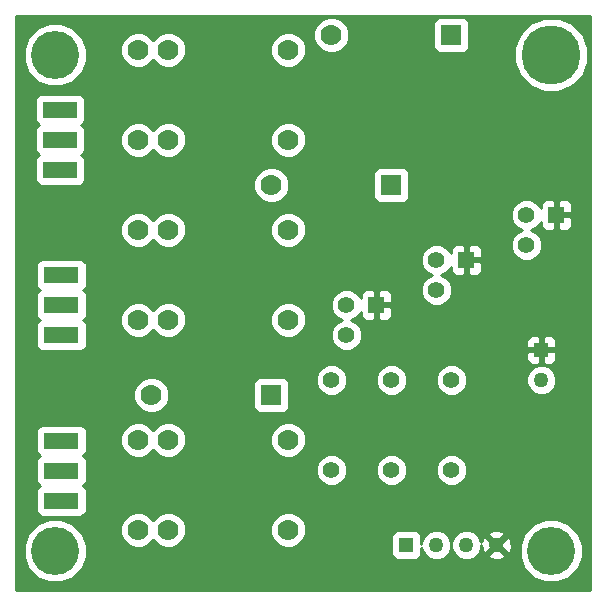
<source format=gbl>
G04 (created by PCBNEW (2014-01-10 BZR 4027)-stable) date Tuesday, May 06, 2014 'pmt' 10:56:48 pm*
%MOIN*%
G04 Gerber Fmt 3.4, Leading zero omitted, Abs format*
%FSLAX34Y34*%
G01*
G70*
G90*
G04 APERTURE LIST*
%ADD10C,0.00590551*%
%ADD11C,0.07*%
%ADD12R,0.07X0.07*%
%ADD13C,0.055*%
%ADD14R,0.055X0.055*%
%ADD15C,0.19685*%
%ADD16C,0.16*%
%ADD17R,0.11811X0.0551181*%
%ADD18C,0.05*%
%ADD19R,0.05X0.05*%
%ADD20C,0.01*%
G04 APERTURE END LIST*
G54D10*
G54D11*
X60000Y-28472D03*
G54D12*
X64000Y-28472D03*
G54D11*
X58000Y-33472D03*
G54D12*
X62000Y-33472D03*
G54D11*
X54000Y-40472D03*
G54D12*
X58000Y-40472D03*
G54D13*
X64000Y-42972D03*
X64000Y-39972D03*
X62000Y-42972D03*
X62000Y-39972D03*
X60000Y-42972D03*
X60000Y-39972D03*
G54D14*
X61500Y-37472D03*
G54D13*
X60500Y-37472D03*
X60500Y-38472D03*
G54D14*
X64500Y-35972D03*
G54D13*
X63500Y-35972D03*
X63500Y-36972D03*
G54D14*
X67500Y-34472D03*
G54D13*
X66500Y-34472D03*
X66500Y-35472D03*
G54D11*
X54559Y-28972D03*
X54559Y-31972D03*
X53559Y-31972D03*
X53559Y-28972D03*
X58559Y-31972D03*
X58559Y-28972D03*
X54559Y-34972D03*
X54559Y-37972D03*
X53559Y-37972D03*
X53559Y-34972D03*
X58559Y-37972D03*
X58559Y-34972D03*
X54559Y-41972D03*
X54559Y-44972D03*
X53559Y-44972D03*
X53559Y-41972D03*
X58559Y-44972D03*
X58559Y-41972D03*
G54D15*
X67322Y-29133D03*
G54D16*
X67322Y-45669D03*
X50787Y-45669D03*
G54D17*
X51000Y-44000D03*
X51000Y-43000D03*
X51000Y-42000D03*
X51000Y-38472D03*
X51000Y-37472D03*
X51000Y-36472D03*
X50944Y-32968D03*
X50944Y-31968D03*
X50944Y-30968D03*
G54D16*
X50787Y-29133D03*
G54D18*
X63500Y-45472D03*
X64500Y-45472D03*
G54D19*
X62500Y-45472D03*
G54D18*
X65500Y-45472D03*
G54D19*
X67000Y-38972D03*
G54D18*
X67000Y-39972D03*
G54D10*
G36*
X68627Y-46974D02*
X68557Y-46974D01*
X68557Y-28889D01*
X68369Y-28435D01*
X68022Y-28088D01*
X67569Y-27899D01*
X67078Y-27899D01*
X66624Y-28086D01*
X66277Y-28433D01*
X66088Y-28887D01*
X66088Y-29378D01*
X66275Y-29832D01*
X66622Y-30179D01*
X67076Y-30367D01*
X67567Y-30368D01*
X68021Y-30180D01*
X68368Y-29833D01*
X68556Y-29380D01*
X68557Y-28889D01*
X68557Y-46974D01*
X68373Y-46974D01*
X68373Y-45461D01*
X68213Y-45075D01*
X68025Y-44886D01*
X68025Y-34697D01*
X68025Y-34246D01*
X68024Y-34147D01*
X67986Y-34055D01*
X67916Y-33985D01*
X67824Y-33947D01*
X67612Y-33947D01*
X67550Y-34009D01*
X67550Y-34422D01*
X67962Y-34422D01*
X68025Y-34359D01*
X68025Y-34246D01*
X68025Y-34697D01*
X68025Y-34584D01*
X67962Y-34522D01*
X67550Y-34522D01*
X67550Y-34934D01*
X67612Y-34997D01*
X67824Y-34997D01*
X67916Y-34959D01*
X67986Y-34889D01*
X68024Y-34797D01*
X68025Y-34697D01*
X68025Y-44886D01*
X67918Y-44779D01*
X67532Y-44619D01*
X67500Y-44619D01*
X67500Y-39873D01*
X67500Y-39873D01*
X67500Y-39271D01*
X67500Y-38672D01*
X67462Y-38581D01*
X67450Y-38568D01*
X67450Y-34934D01*
X67450Y-34522D01*
X67442Y-34522D01*
X67442Y-34422D01*
X67450Y-34422D01*
X67450Y-34009D01*
X67387Y-33947D01*
X67175Y-33947D01*
X67083Y-33985D01*
X67013Y-34055D01*
X66975Y-34147D01*
X66974Y-34246D01*
X66974Y-34247D01*
X66945Y-34175D01*
X66797Y-34027D01*
X66604Y-33947D01*
X66396Y-33947D01*
X66203Y-34027D01*
X66055Y-34174D01*
X65975Y-34367D01*
X65974Y-34576D01*
X66054Y-34769D01*
X66202Y-34917D01*
X66335Y-34972D01*
X66203Y-35027D01*
X66055Y-35174D01*
X65975Y-35367D01*
X65974Y-35576D01*
X66054Y-35769D01*
X66202Y-35917D01*
X66395Y-35997D01*
X66603Y-35997D01*
X66797Y-35917D01*
X66944Y-35770D01*
X67024Y-35577D01*
X67025Y-35368D01*
X66945Y-35175D01*
X66797Y-35027D01*
X66664Y-34972D01*
X66797Y-34917D01*
X66944Y-34770D01*
X66974Y-34697D01*
X66974Y-34697D01*
X66975Y-34797D01*
X67013Y-34889D01*
X67083Y-34959D01*
X67175Y-34997D01*
X67387Y-34997D01*
X67450Y-34934D01*
X67450Y-38568D01*
X67391Y-38510D01*
X67299Y-38472D01*
X67200Y-38472D01*
X67112Y-38472D01*
X67050Y-38534D01*
X67050Y-38922D01*
X67437Y-38922D01*
X67500Y-38859D01*
X67500Y-38672D01*
X67500Y-39271D01*
X67500Y-39084D01*
X67437Y-39022D01*
X67050Y-39022D01*
X67050Y-39409D01*
X67112Y-39472D01*
X67200Y-39472D01*
X67299Y-39472D01*
X67391Y-39434D01*
X67462Y-39363D01*
X67500Y-39271D01*
X67500Y-39873D01*
X67424Y-39689D01*
X67283Y-39548D01*
X67099Y-39472D01*
X66950Y-39472D01*
X66950Y-39409D01*
X66950Y-39022D01*
X66950Y-38922D01*
X66950Y-38534D01*
X66887Y-38472D01*
X66799Y-38472D01*
X66700Y-38472D01*
X66608Y-38510D01*
X66537Y-38581D01*
X66499Y-38672D01*
X66500Y-38859D01*
X66562Y-38922D01*
X66950Y-38922D01*
X66950Y-39022D01*
X66562Y-39022D01*
X66500Y-39084D01*
X66499Y-39271D01*
X66537Y-39363D01*
X66608Y-39434D01*
X66700Y-39472D01*
X66799Y-39472D01*
X66887Y-39472D01*
X66950Y-39409D01*
X66950Y-39472D01*
X66900Y-39472D01*
X66717Y-39548D01*
X66576Y-39688D01*
X66500Y-39872D01*
X66499Y-40071D01*
X66575Y-40255D01*
X66716Y-40396D01*
X66900Y-40472D01*
X67099Y-40472D01*
X67282Y-40396D01*
X67423Y-40256D01*
X67499Y-40072D01*
X67500Y-39873D01*
X67500Y-44619D01*
X67114Y-44619D01*
X66728Y-44778D01*
X66433Y-45073D01*
X66273Y-45459D01*
X66272Y-45877D01*
X66432Y-46263D01*
X66727Y-46558D01*
X67113Y-46719D01*
X67530Y-46719D01*
X67916Y-46559D01*
X68212Y-46264D01*
X68372Y-45879D01*
X68373Y-45461D01*
X68373Y-46974D01*
X66004Y-46974D01*
X66004Y-45542D01*
X65993Y-45343D01*
X65939Y-45214D01*
X65849Y-45193D01*
X65778Y-45264D01*
X65778Y-45122D01*
X65757Y-45032D01*
X65569Y-44967D01*
X65371Y-44979D01*
X65242Y-45032D01*
X65221Y-45122D01*
X65500Y-45401D01*
X65778Y-45122D01*
X65778Y-45264D01*
X65570Y-45472D01*
X65849Y-45751D01*
X65939Y-45730D01*
X66004Y-45542D01*
X66004Y-46974D01*
X65778Y-46974D01*
X65778Y-45822D01*
X65500Y-45543D01*
X65429Y-45613D01*
X65429Y-45472D01*
X65150Y-45193D01*
X65060Y-45214D01*
X65025Y-45315D01*
X65025Y-36197D01*
X65025Y-35746D01*
X65024Y-35647D01*
X64986Y-35555D01*
X64916Y-35485D01*
X64824Y-35447D01*
X64612Y-35447D01*
X64600Y-35459D01*
X64600Y-28772D01*
X64600Y-28072D01*
X64562Y-27981D01*
X64491Y-27910D01*
X64399Y-27872D01*
X64300Y-27872D01*
X63600Y-27872D01*
X63508Y-27910D01*
X63438Y-27980D01*
X63400Y-28072D01*
X63399Y-28171D01*
X63399Y-28871D01*
X63437Y-28963D01*
X63508Y-29034D01*
X63600Y-29072D01*
X63699Y-29072D01*
X64399Y-29072D01*
X64491Y-29034D01*
X64561Y-28964D01*
X64599Y-28872D01*
X64600Y-28772D01*
X64600Y-35459D01*
X64550Y-35509D01*
X64550Y-35922D01*
X64962Y-35922D01*
X65025Y-35859D01*
X65025Y-35746D01*
X65025Y-36197D01*
X65025Y-36084D01*
X64962Y-36022D01*
X64550Y-36022D01*
X64550Y-36434D01*
X64612Y-36497D01*
X64824Y-36497D01*
X64916Y-36459D01*
X64986Y-36389D01*
X65024Y-36297D01*
X65025Y-36197D01*
X65025Y-45315D01*
X65000Y-45388D01*
X65000Y-45373D01*
X64924Y-45189D01*
X64783Y-45048D01*
X64599Y-44972D01*
X64525Y-44972D01*
X64525Y-42868D01*
X64525Y-39868D01*
X64450Y-39686D01*
X64450Y-36434D01*
X64450Y-36022D01*
X64442Y-36022D01*
X64442Y-35922D01*
X64450Y-35922D01*
X64450Y-35509D01*
X64387Y-35447D01*
X64175Y-35447D01*
X64083Y-35485D01*
X64013Y-35555D01*
X63975Y-35647D01*
X63974Y-35746D01*
X63974Y-35747D01*
X63945Y-35675D01*
X63797Y-35527D01*
X63604Y-35447D01*
X63396Y-35447D01*
X63203Y-35527D01*
X63055Y-35674D01*
X62975Y-35867D01*
X62974Y-36076D01*
X63054Y-36269D01*
X63202Y-36417D01*
X63335Y-36472D01*
X63203Y-36527D01*
X63055Y-36674D01*
X62975Y-36867D01*
X62974Y-37076D01*
X63054Y-37269D01*
X63202Y-37417D01*
X63395Y-37497D01*
X63603Y-37497D01*
X63797Y-37417D01*
X63944Y-37270D01*
X64024Y-37077D01*
X64025Y-36868D01*
X63945Y-36675D01*
X63797Y-36527D01*
X63664Y-36472D01*
X63797Y-36417D01*
X63944Y-36270D01*
X63974Y-36197D01*
X63974Y-36197D01*
X63975Y-36297D01*
X64013Y-36389D01*
X64083Y-36459D01*
X64175Y-36497D01*
X64387Y-36497D01*
X64450Y-36434D01*
X64450Y-39686D01*
X64445Y-39675D01*
X64297Y-39527D01*
X64104Y-39447D01*
X63896Y-39447D01*
X63703Y-39527D01*
X63555Y-39674D01*
X63475Y-39867D01*
X63474Y-40076D01*
X63554Y-40269D01*
X63702Y-40417D01*
X63895Y-40497D01*
X64103Y-40497D01*
X64297Y-40417D01*
X64444Y-40270D01*
X64524Y-40077D01*
X64525Y-39868D01*
X64525Y-42868D01*
X64445Y-42675D01*
X64297Y-42527D01*
X64104Y-42447D01*
X63896Y-42447D01*
X63703Y-42527D01*
X63555Y-42674D01*
X63475Y-42867D01*
X63474Y-43076D01*
X63554Y-43269D01*
X63702Y-43417D01*
X63895Y-43497D01*
X64103Y-43497D01*
X64297Y-43417D01*
X64444Y-43270D01*
X64524Y-43077D01*
X64525Y-42868D01*
X64525Y-44972D01*
X64400Y-44972D01*
X64217Y-45048D01*
X64076Y-45188D01*
X64000Y-45372D01*
X64000Y-45373D01*
X64000Y-45373D01*
X63924Y-45189D01*
X63783Y-45048D01*
X63599Y-44972D01*
X63400Y-44972D01*
X63217Y-45048D01*
X63076Y-45188D01*
X63000Y-45372D01*
X63000Y-45423D01*
X63000Y-45172D01*
X62962Y-45081D01*
X62891Y-45010D01*
X62799Y-44972D01*
X62700Y-44972D01*
X62600Y-44972D01*
X62600Y-33772D01*
X62600Y-33072D01*
X62562Y-32981D01*
X62491Y-32910D01*
X62399Y-32872D01*
X62300Y-32872D01*
X61600Y-32872D01*
X61508Y-32910D01*
X61438Y-32980D01*
X61400Y-33072D01*
X61399Y-33171D01*
X61399Y-33871D01*
X61437Y-33963D01*
X61508Y-34034D01*
X61600Y-34072D01*
X61699Y-34072D01*
X62399Y-34072D01*
X62491Y-34034D01*
X62561Y-33964D01*
X62599Y-33872D01*
X62600Y-33772D01*
X62600Y-44972D01*
X62525Y-44972D01*
X62525Y-42868D01*
X62525Y-39868D01*
X62445Y-39675D01*
X62297Y-39527D01*
X62104Y-39447D01*
X62025Y-39447D01*
X62025Y-37697D01*
X62025Y-37246D01*
X62024Y-37147D01*
X61986Y-37055D01*
X61916Y-36985D01*
X61824Y-36947D01*
X61612Y-36947D01*
X61550Y-37009D01*
X61550Y-37422D01*
X61962Y-37422D01*
X62025Y-37359D01*
X62025Y-37246D01*
X62025Y-37697D01*
X62025Y-37584D01*
X61962Y-37522D01*
X61550Y-37522D01*
X61550Y-37934D01*
X61612Y-37997D01*
X61824Y-37997D01*
X61916Y-37959D01*
X61986Y-37889D01*
X62024Y-37797D01*
X62025Y-37697D01*
X62025Y-39447D01*
X61896Y-39447D01*
X61703Y-39527D01*
X61555Y-39674D01*
X61475Y-39867D01*
X61474Y-40076D01*
X61554Y-40269D01*
X61702Y-40417D01*
X61895Y-40497D01*
X62103Y-40497D01*
X62297Y-40417D01*
X62444Y-40270D01*
X62524Y-40077D01*
X62525Y-39868D01*
X62525Y-42868D01*
X62445Y-42675D01*
X62297Y-42527D01*
X62104Y-42447D01*
X61896Y-42447D01*
X61703Y-42527D01*
X61555Y-42674D01*
X61475Y-42867D01*
X61474Y-43076D01*
X61554Y-43269D01*
X61702Y-43417D01*
X61895Y-43497D01*
X62103Y-43497D01*
X62297Y-43417D01*
X62444Y-43270D01*
X62524Y-43077D01*
X62525Y-42868D01*
X62525Y-44972D01*
X62200Y-44972D01*
X62108Y-45010D01*
X62038Y-45080D01*
X62000Y-45172D01*
X61999Y-45271D01*
X61999Y-45771D01*
X62037Y-45863D01*
X62108Y-45934D01*
X62200Y-45972D01*
X62299Y-45972D01*
X62799Y-45972D01*
X62891Y-45934D01*
X62961Y-45864D01*
X62999Y-45772D01*
X63000Y-45672D01*
X63000Y-45571D01*
X63075Y-45755D01*
X63216Y-45896D01*
X63400Y-45972D01*
X63599Y-45972D01*
X63782Y-45896D01*
X63923Y-45756D01*
X63999Y-45572D01*
X64000Y-45373D01*
X64000Y-45373D01*
X63999Y-45571D01*
X64075Y-45755D01*
X64216Y-45896D01*
X64400Y-45972D01*
X64599Y-45972D01*
X64782Y-45896D01*
X64923Y-45756D01*
X64999Y-45572D01*
X64999Y-45486D01*
X65006Y-45601D01*
X65060Y-45730D01*
X65150Y-45751D01*
X65429Y-45472D01*
X65429Y-45613D01*
X65221Y-45822D01*
X65242Y-45912D01*
X65430Y-45977D01*
X65628Y-45965D01*
X65757Y-45912D01*
X65778Y-45822D01*
X65778Y-46974D01*
X61450Y-46974D01*
X61450Y-37934D01*
X61450Y-37522D01*
X61442Y-37522D01*
X61442Y-37422D01*
X61450Y-37422D01*
X61450Y-37009D01*
X61387Y-36947D01*
X61175Y-36947D01*
X61083Y-36985D01*
X61013Y-37055D01*
X60975Y-37147D01*
X60974Y-37246D01*
X60974Y-37247D01*
X60945Y-37175D01*
X60797Y-37027D01*
X60604Y-36947D01*
X60600Y-36947D01*
X60600Y-28353D01*
X60508Y-28133D01*
X60340Y-27964D01*
X60119Y-27872D01*
X59881Y-27872D01*
X59660Y-27963D01*
X59491Y-28132D01*
X59400Y-28352D01*
X59399Y-28591D01*
X59491Y-28811D01*
X59659Y-28980D01*
X59880Y-29072D01*
X60118Y-29072D01*
X60339Y-28981D01*
X60508Y-28812D01*
X60599Y-28592D01*
X60600Y-28353D01*
X60600Y-36947D01*
X60396Y-36947D01*
X60203Y-37027D01*
X60055Y-37174D01*
X59975Y-37367D01*
X59974Y-37576D01*
X60054Y-37769D01*
X60202Y-37917D01*
X60335Y-37972D01*
X60203Y-38027D01*
X60055Y-38174D01*
X59975Y-38367D01*
X59974Y-38576D01*
X60054Y-38769D01*
X60202Y-38917D01*
X60395Y-38997D01*
X60603Y-38997D01*
X60797Y-38917D01*
X60944Y-38770D01*
X61024Y-38577D01*
X61025Y-38368D01*
X60945Y-38175D01*
X60797Y-38027D01*
X60664Y-37972D01*
X60797Y-37917D01*
X60944Y-37770D01*
X60974Y-37697D01*
X60974Y-37697D01*
X60975Y-37797D01*
X61013Y-37889D01*
X61083Y-37959D01*
X61175Y-37997D01*
X61387Y-37997D01*
X61450Y-37934D01*
X61450Y-46974D01*
X60525Y-46974D01*
X60525Y-42868D01*
X60525Y-39868D01*
X60445Y-39675D01*
X60297Y-39527D01*
X60104Y-39447D01*
X59896Y-39447D01*
X59703Y-39527D01*
X59555Y-39674D01*
X59475Y-39867D01*
X59474Y-40076D01*
X59554Y-40269D01*
X59702Y-40417D01*
X59895Y-40497D01*
X60103Y-40497D01*
X60297Y-40417D01*
X60444Y-40270D01*
X60524Y-40077D01*
X60525Y-39868D01*
X60525Y-42868D01*
X60445Y-42675D01*
X60297Y-42527D01*
X60104Y-42447D01*
X59896Y-42447D01*
X59703Y-42527D01*
X59555Y-42674D01*
X59475Y-42867D01*
X59474Y-43076D01*
X59554Y-43269D01*
X59702Y-43417D01*
X59895Y-43497D01*
X60103Y-43497D01*
X60297Y-43417D01*
X60444Y-43270D01*
X60524Y-43077D01*
X60525Y-42868D01*
X60525Y-46974D01*
X59159Y-46974D01*
X59159Y-44853D01*
X59159Y-41853D01*
X59159Y-37853D01*
X59159Y-34853D01*
X59159Y-31853D01*
X59159Y-28853D01*
X59068Y-28633D01*
X58899Y-28464D01*
X58678Y-28372D01*
X58440Y-28372D01*
X58219Y-28463D01*
X58050Y-28632D01*
X57959Y-28852D01*
X57958Y-29091D01*
X58050Y-29311D01*
X58218Y-29480D01*
X58439Y-29572D01*
X58677Y-29572D01*
X58898Y-29481D01*
X59067Y-29312D01*
X59158Y-29092D01*
X59159Y-28853D01*
X59159Y-31853D01*
X59068Y-31633D01*
X58899Y-31464D01*
X58678Y-31372D01*
X58440Y-31372D01*
X58219Y-31463D01*
X58050Y-31632D01*
X57959Y-31852D01*
X57958Y-32091D01*
X58050Y-32311D01*
X58218Y-32480D01*
X58439Y-32572D01*
X58677Y-32572D01*
X58898Y-32481D01*
X59067Y-32312D01*
X59158Y-32092D01*
X59159Y-31853D01*
X59159Y-34853D01*
X59068Y-34633D01*
X58899Y-34464D01*
X58678Y-34372D01*
X58600Y-34372D01*
X58600Y-33353D01*
X58508Y-33133D01*
X58340Y-32964D01*
X58119Y-32872D01*
X57881Y-32872D01*
X57660Y-32963D01*
X57491Y-33132D01*
X57400Y-33352D01*
X57399Y-33591D01*
X57491Y-33811D01*
X57659Y-33980D01*
X57880Y-34072D01*
X58118Y-34072D01*
X58339Y-33981D01*
X58508Y-33812D01*
X58599Y-33592D01*
X58600Y-33353D01*
X58600Y-34372D01*
X58440Y-34372D01*
X58219Y-34463D01*
X58050Y-34632D01*
X57959Y-34852D01*
X57958Y-35091D01*
X58050Y-35311D01*
X58218Y-35480D01*
X58439Y-35572D01*
X58677Y-35572D01*
X58898Y-35481D01*
X59067Y-35312D01*
X59158Y-35092D01*
X59159Y-34853D01*
X59159Y-37853D01*
X59068Y-37633D01*
X58899Y-37464D01*
X58678Y-37372D01*
X58440Y-37372D01*
X58219Y-37463D01*
X58050Y-37632D01*
X57959Y-37852D01*
X57958Y-38091D01*
X58050Y-38311D01*
X58218Y-38480D01*
X58439Y-38572D01*
X58677Y-38572D01*
X58898Y-38481D01*
X59067Y-38312D01*
X59158Y-38092D01*
X59159Y-37853D01*
X59159Y-41853D01*
X59068Y-41633D01*
X58899Y-41464D01*
X58678Y-41372D01*
X58600Y-41372D01*
X58600Y-40772D01*
X58600Y-40072D01*
X58562Y-39981D01*
X58491Y-39910D01*
X58399Y-39872D01*
X58300Y-39872D01*
X57600Y-39872D01*
X57508Y-39910D01*
X57438Y-39980D01*
X57400Y-40072D01*
X57399Y-40171D01*
X57399Y-40871D01*
X57437Y-40963D01*
X57508Y-41034D01*
X57600Y-41072D01*
X57699Y-41072D01*
X58399Y-41072D01*
X58491Y-41034D01*
X58561Y-40964D01*
X58599Y-40872D01*
X58600Y-40772D01*
X58600Y-41372D01*
X58440Y-41372D01*
X58219Y-41463D01*
X58050Y-41632D01*
X57959Y-41852D01*
X57958Y-42091D01*
X58050Y-42311D01*
X58218Y-42480D01*
X58439Y-42572D01*
X58677Y-42572D01*
X58898Y-42481D01*
X59067Y-42312D01*
X59158Y-42092D01*
X59159Y-41853D01*
X59159Y-44853D01*
X59068Y-44633D01*
X58899Y-44464D01*
X58678Y-44372D01*
X58440Y-44372D01*
X58219Y-44463D01*
X58050Y-44632D01*
X57959Y-44852D01*
X57958Y-45091D01*
X58050Y-45311D01*
X58218Y-45480D01*
X58439Y-45572D01*
X58677Y-45572D01*
X58898Y-45481D01*
X59067Y-45312D01*
X59158Y-45092D01*
X59159Y-44853D01*
X59159Y-46974D01*
X55159Y-46974D01*
X55159Y-44853D01*
X55159Y-41853D01*
X55159Y-37853D01*
X55159Y-34853D01*
X55159Y-31853D01*
X55159Y-28853D01*
X55068Y-28633D01*
X54899Y-28464D01*
X54678Y-28372D01*
X54440Y-28372D01*
X54219Y-28463D01*
X54058Y-28623D01*
X53899Y-28464D01*
X53678Y-28372D01*
X53440Y-28372D01*
X53219Y-28463D01*
X53050Y-28632D01*
X52959Y-28852D01*
X52958Y-29091D01*
X53050Y-29311D01*
X53218Y-29480D01*
X53439Y-29572D01*
X53677Y-29572D01*
X53898Y-29481D01*
X54059Y-29320D01*
X54218Y-29480D01*
X54439Y-29572D01*
X54677Y-29572D01*
X54898Y-29481D01*
X55067Y-29312D01*
X55158Y-29092D01*
X55159Y-28853D01*
X55159Y-31853D01*
X55068Y-31633D01*
X54899Y-31464D01*
X54678Y-31372D01*
X54440Y-31372D01*
X54219Y-31463D01*
X54058Y-31623D01*
X53899Y-31464D01*
X53678Y-31372D01*
X53440Y-31372D01*
X53219Y-31463D01*
X53050Y-31632D01*
X52959Y-31852D01*
X52958Y-32091D01*
X53050Y-32311D01*
X53218Y-32480D01*
X53439Y-32572D01*
X53677Y-32572D01*
X53898Y-32481D01*
X54059Y-32320D01*
X54218Y-32480D01*
X54439Y-32572D01*
X54677Y-32572D01*
X54898Y-32481D01*
X55067Y-32312D01*
X55158Y-32092D01*
X55159Y-31853D01*
X55159Y-34853D01*
X55068Y-34633D01*
X54899Y-34464D01*
X54678Y-34372D01*
X54440Y-34372D01*
X54219Y-34463D01*
X54058Y-34623D01*
X53899Y-34464D01*
X53678Y-34372D01*
X53440Y-34372D01*
X53219Y-34463D01*
X53050Y-34632D01*
X52959Y-34852D01*
X52958Y-35091D01*
X53050Y-35311D01*
X53218Y-35480D01*
X53439Y-35572D01*
X53677Y-35572D01*
X53898Y-35481D01*
X54059Y-35320D01*
X54218Y-35480D01*
X54439Y-35572D01*
X54677Y-35572D01*
X54898Y-35481D01*
X55067Y-35312D01*
X55158Y-35092D01*
X55159Y-34853D01*
X55159Y-37853D01*
X55068Y-37633D01*
X54899Y-37464D01*
X54678Y-37372D01*
X54440Y-37372D01*
X54219Y-37463D01*
X54058Y-37623D01*
X53899Y-37464D01*
X53678Y-37372D01*
X53440Y-37372D01*
X53219Y-37463D01*
X53050Y-37632D01*
X52959Y-37852D01*
X52958Y-38091D01*
X53050Y-38311D01*
X53218Y-38480D01*
X53439Y-38572D01*
X53677Y-38572D01*
X53898Y-38481D01*
X54059Y-38320D01*
X54218Y-38480D01*
X54439Y-38572D01*
X54677Y-38572D01*
X54898Y-38481D01*
X55067Y-38312D01*
X55158Y-38092D01*
X55159Y-37853D01*
X55159Y-41853D01*
X55068Y-41633D01*
X54899Y-41464D01*
X54678Y-41372D01*
X54600Y-41372D01*
X54600Y-40353D01*
X54508Y-40133D01*
X54340Y-39964D01*
X54119Y-39872D01*
X53881Y-39872D01*
X53660Y-39963D01*
X53491Y-40132D01*
X53400Y-40352D01*
X53399Y-40591D01*
X53491Y-40811D01*
X53659Y-40980D01*
X53880Y-41072D01*
X54118Y-41072D01*
X54339Y-40981D01*
X54508Y-40812D01*
X54599Y-40592D01*
X54600Y-40353D01*
X54600Y-41372D01*
X54440Y-41372D01*
X54219Y-41463D01*
X54058Y-41623D01*
X53899Y-41464D01*
X53678Y-41372D01*
X53440Y-41372D01*
X53219Y-41463D01*
X53050Y-41632D01*
X52959Y-41852D01*
X52958Y-42091D01*
X53050Y-42311D01*
X53218Y-42480D01*
X53439Y-42572D01*
X53677Y-42572D01*
X53898Y-42481D01*
X54059Y-42320D01*
X54218Y-42480D01*
X54439Y-42572D01*
X54677Y-42572D01*
X54898Y-42481D01*
X55067Y-42312D01*
X55158Y-42092D01*
X55159Y-41853D01*
X55159Y-44853D01*
X55068Y-44633D01*
X54899Y-44464D01*
X54678Y-44372D01*
X54440Y-44372D01*
X54219Y-44463D01*
X54058Y-44623D01*
X53899Y-44464D01*
X53678Y-44372D01*
X53440Y-44372D01*
X53219Y-44463D01*
X53050Y-44632D01*
X52959Y-44852D01*
X52958Y-45091D01*
X53050Y-45311D01*
X53218Y-45480D01*
X53439Y-45572D01*
X53677Y-45572D01*
X53898Y-45481D01*
X54059Y-45320D01*
X54218Y-45480D01*
X54439Y-45572D01*
X54677Y-45572D01*
X54898Y-45481D01*
X55067Y-45312D01*
X55158Y-45092D01*
X55159Y-44853D01*
X55159Y-46974D01*
X51840Y-46974D01*
X51840Y-44226D01*
X51840Y-43674D01*
X51802Y-43582D01*
X51732Y-43512D01*
X51702Y-43500D01*
X51731Y-43487D01*
X51802Y-43417D01*
X51840Y-43325D01*
X51840Y-43226D01*
X51840Y-42674D01*
X51802Y-42582D01*
X51732Y-42512D01*
X51702Y-42500D01*
X51731Y-42487D01*
X51802Y-42417D01*
X51840Y-42325D01*
X51840Y-42226D01*
X51840Y-41674D01*
X51840Y-38698D01*
X51840Y-38147D01*
X51802Y-38055D01*
X51732Y-37985D01*
X51702Y-37972D01*
X51731Y-37960D01*
X51802Y-37889D01*
X51840Y-37797D01*
X51840Y-37698D01*
X51840Y-37147D01*
X51802Y-37055D01*
X51732Y-36985D01*
X51702Y-36972D01*
X51731Y-36960D01*
X51802Y-36889D01*
X51840Y-36797D01*
X51840Y-36698D01*
X51840Y-36147D01*
X51837Y-36140D01*
X51837Y-28925D01*
X51678Y-28539D01*
X51382Y-28244D01*
X50997Y-28084D01*
X50579Y-28083D01*
X50193Y-28243D01*
X49897Y-28538D01*
X49737Y-28924D01*
X49737Y-29341D01*
X49896Y-29727D01*
X50191Y-30023D01*
X50577Y-30183D01*
X50995Y-30184D01*
X51381Y-30024D01*
X51677Y-29729D01*
X51837Y-29343D01*
X51837Y-28925D01*
X51837Y-36140D01*
X51802Y-36055D01*
X51785Y-36038D01*
X51785Y-33194D01*
X51785Y-32643D01*
X51747Y-32551D01*
X51677Y-32481D01*
X51646Y-32468D01*
X51676Y-32456D01*
X51747Y-32385D01*
X51785Y-32294D01*
X51785Y-32194D01*
X51785Y-31643D01*
X51747Y-31551D01*
X51677Y-31481D01*
X51646Y-31468D01*
X51676Y-31456D01*
X51747Y-31385D01*
X51785Y-31294D01*
X51785Y-31194D01*
X51785Y-30643D01*
X51747Y-30551D01*
X51677Y-30481D01*
X51585Y-30442D01*
X51485Y-30442D01*
X50304Y-30442D01*
X50212Y-30480D01*
X50142Y-30551D01*
X50104Y-30642D01*
X50104Y-30742D01*
X50104Y-31293D01*
X50142Y-31385D01*
X50212Y-31455D01*
X50242Y-31468D01*
X50212Y-31480D01*
X50142Y-31551D01*
X50104Y-31642D01*
X50104Y-31742D01*
X50104Y-32293D01*
X50142Y-32385D01*
X50212Y-32455D01*
X50242Y-32468D01*
X50212Y-32480D01*
X50142Y-32551D01*
X50104Y-32642D01*
X50104Y-32742D01*
X50104Y-33293D01*
X50142Y-33385D01*
X50212Y-33455D01*
X50304Y-33494D01*
X50403Y-33494D01*
X51584Y-33494D01*
X51676Y-33456D01*
X51747Y-33385D01*
X51785Y-33294D01*
X51785Y-33194D01*
X51785Y-36038D01*
X51732Y-35985D01*
X51640Y-35946D01*
X51541Y-35946D01*
X50359Y-35946D01*
X50268Y-35984D01*
X50197Y-36055D01*
X50159Y-36146D01*
X50159Y-36246D01*
X50159Y-36797D01*
X50197Y-36889D01*
X50267Y-36959D01*
X50297Y-36972D01*
X50268Y-36984D01*
X50197Y-37055D01*
X50159Y-37146D01*
X50159Y-37246D01*
X50159Y-37797D01*
X50197Y-37889D01*
X50267Y-37959D01*
X50297Y-37972D01*
X50268Y-37984D01*
X50197Y-38055D01*
X50159Y-38146D01*
X50159Y-38246D01*
X50159Y-38797D01*
X50197Y-38889D01*
X50267Y-38959D01*
X50359Y-38997D01*
X50458Y-38998D01*
X51640Y-38998D01*
X51731Y-38960D01*
X51802Y-38889D01*
X51840Y-38797D01*
X51840Y-38698D01*
X51840Y-41674D01*
X51802Y-41582D01*
X51732Y-41512D01*
X51640Y-41474D01*
X51541Y-41474D01*
X50359Y-41474D01*
X50268Y-41512D01*
X50197Y-41582D01*
X50159Y-41674D01*
X50159Y-41773D01*
X50159Y-42325D01*
X50197Y-42417D01*
X50267Y-42487D01*
X50297Y-42499D01*
X50268Y-42512D01*
X50197Y-42582D01*
X50159Y-42674D01*
X50159Y-42773D01*
X50159Y-43325D01*
X50197Y-43417D01*
X50267Y-43487D01*
X50297Y-43499D01*
X50268Y-43512D01*
X50197Y-43582D01*
X50159Y-43674D01*
X50159Y-43773D01*
X50159Y-44325D01*
X50197Y-44417D01*
X50267Y-44487D01*
X50359Y-44525D01*
X50458Y-44525D01*
X51640Y-44525D01*
X51731Y-44487D01*
X51802Y-44417D01*
X51840Y-44325D01*
X51840Y-44226D01*
X51840Y-46974D01*
X51837Y-46974D01*
X51837Y-45461D01*
X51678Y-45075D01*
X51382Y-44779D01*
X50997Y-44619D01*
X50579Y-44619D01*
X50193Y-44778D01*
X49897Y-45073D01*
X49737Y-45459D01*
X49737Y-45877D01*
X49896Y-46263D01*
X50191Y-46558D01*
X50577Y-46719D01*
X50995Y-46719D01*
X51381Y-46559D01*
X51677Y-46264D01*
X51837Y-45879D01*
X51837Y-45461D01*
X51837Y-46974D01*
X49482Y-46974D01*
X49482Y-27828D01*
X62992Y-27828D01*
X68627Y-27828D01*
X68627Y-46974D01*
X68627Y-46974D01*
G37*
G54D20*
X68627Y-46974D02*
X68557Y-46974D01*
X68557Y-28889D01*
X68369Y-28435D01*
X68022Y-28088D01*
X67569Y-27899D01*
X67078Y-27899D01*
X66624Y-28086D01*
X66277Y-28433D01*
X66088Y-28887D01*
X66088Y-29378D01*
X66275Y-29832D01*
X66622Y-30179D01*
X67076Y-30367D01*
X67567Y-30368D01*
X68021Y-30180D01*
X68368Y-29833D01*
X68556Y-29380D01*
X68557Y-28889D01*
X68557Y-46974D01*
X68373Y-46974D01*
X68373Y-45461D01*
X68213Y-45075D01*
X68025Y-44886D01*
X68025Y-34697D01*
X68025Y-34246D01*
X68024Y-34147D01*
X67986Y-34055D01*
X67916Y-33985D01*
X67824Y-33947D01*
X67612Y-33947D01*
X67550Y-34009D01*
X67550Y-34422D01*
X67962Y-34422D01*
X68025Y-34359D01*
X68025Y-34246D01*
X68025Y-34697D01*
X68025Y-34584D01*
X67962Y-34522D01*
X67550Y-34522D01*
X67550Y-34934D01*
X67612Y-34997D01*
X67824Y-34997D01*
X67916Y-34959D01*
X67986Y-34889D01*
X68024Y-34797D01*
X68025Y-34697D01*
X68025Y-44886D01*
X67918Y-44779D01*
X67532Y-44619D01*
X67500Y-44619D01*
X67500Y-39873D01*
X67500Y-39873D01*
X67500Y-39271D01*
X67500Y-38672D01*
X67462Y-38581D01*
X67450Y-38568D01*
X67450Y-34934D01*
X67450Y-34522D01*
X67442Y-34522D01*
X67442Y-34422D01*
X67450Y-34422D01*
X67450Y-34009D01*
X67387Y-33947D01*
X67175Y-33947D01*
X67083Y-33985D01*
X67013Y-34055D01*
X66975Y-34147D01*
X66974Y-34246D01*
X66974Y-34247D01*
X66945Y-34175D01*
X66797Y-34027D01*
X66604Y-33947D01*
X66396Y-33947D01*
X66203Y-34027D01*
X66055Y-34174D01*
X65975Y-34367D01*
X65974Y-34576D01*
X66054Y-34769D01*
X66202Y-34917D01*
X66335Y-34972D01*
X66203Y-35027D01*
X66055Y-35174D01*
X65975Y-35367D01*
X65974Y-35576D01*
X66054Y-35769D01*
X66202Y-35917D01*
X66395Y-35997D01*
X66603Y-35997D01*
X66797Y-35917D01*
X66944Y-35770D01*
X67024Y-35577D01*
X67025Y-35368D01*
X66945Y-35175D01*
X66797Y-35027D01*
X66664Y-34972D01*
X66797Y-34917D01*
X66944Y-34770D01*
X66974Y-34697D01*
X66974Y-34697D01*
X66975Y-34797D01*
X67013Y-34889D01*
X67083Y-34959D01*
X67175Y-34997D01*
X67387Y-34997D01*
X67450Y-34934D01*
X67450Y-38568D01*
X67391Y-38510D01*
X67299Y-38472D01*
X67200Y-38472D01*
X67112Y-38472D01*
X67050Y-38534D01*
X67050Y-38922D01*
X67437Y-38922D01*
X67500Y-38859D01*
X67500Y-38672D01*
X67500Y-39271D01*
X67500Y-39084D01*
X67437Y-39022D01*
X67050Y-39022D01*
X67050Y-39409D01*
X67112Y-39472D01*
X67200Y-39472D01*
X67299Y-39472D01*
X67391Y-39434D01*
X67462Y-39363D01*
X67500Y-39271D01*
X67500Y-39873D01*
X67424Y-39689D01*
X67283Y-39548D01*
X67099Y-39472D01*
X66950Y-39472D01*
X66950Y-39409D01*
X66950Y-39022D01*
X66950Y-38922D01*
X66950Y-38534D01*
X66887Y-38472D01*
X66799Y-38472D01*
X66700Y-38472D01*
X66608Y-38510D01*
X66537Y-38581D01*
X66499Y-38672D01*
X66500Y-38859D01*
X66562Y-38922D01*
X66950Y-38922D01*
X66950Y-39022D01*
X66562Y-39022D01*
X66500Y-39084D01*
X66499Y-39271D01*
X66537Y-39363D01*
X66608Y-39434D01*
X66700Y-39472D01*
X66799Y-39472D01*
X66887Y-39472D01*
X66950Y-39409D01*
X66950Y-39472D01*
X66900Y-39472D01*
X66717Y-39548D01*
X66576Y-39688D01*
X66500Y-39872D01*
X66499Y-40071D01*
X66575Y-40255D01*
X66716Y-40396D01*
X66900Y-40472D01*
X67099Y-40472D01*
X67282Y-40396D01*
X67423Y-40256D01*
X67499Y-40072D01*
X67500Y-39873D01*
X67500Y-44619D01*
X67114Y-44619D01*
X66728Y-44778D01*
X66433Y-45073D01*
X66273Y-45459D01*
X66272Y-45877D01*
X66432Y-46263D01*
X66727Y-46558D01*
X67113Y-46719D01*
X67530Y-46719D01*
X67916Y-46559D01*
X68212Y-46264D01*
X68372Y-45879D01*
X68373Y-45461D01*
X68373Y-46974D01*
X66004Y-46974D01*
X66004Y-45542D01*
X65993Y-45343D01*
X65939Y-45214D01*
X65849Y-45193D01*
X65778Y-45264D01*
X65778Y-45122D01*
X65757Y-45032D01*
X65569Y-44967D01*
X65371Y-44979D01*
X65242Y-45032D01*
X65221Y-45122D01*
X65500Y-45401D01*
X65778Y-45122D01*
X65778Y-45264D01*
X65570Y-45472D01*
X65849Y-45751D01*
X65939Y-45730D01*
X66004Y-45542D01*
X66004Y-46974D01*
X65778Y-46974D01*
X65778Y-45822D01*
X65500Y-45543D01*
X65429Y-45613D01*
X65429Y-45472D01*
X65150Y-45193D01*
X65060Y-45214D01*
X65025Y-45315D01*
X65025Y-36197D01*
X65025Y-35746D01*
X65024Y-35647D01*
X64986Y-35555D01*
X64916Y-35485D01*
X64824Y-35447D01*
X64612Y-35447D01*
X64600Y-35459D01*
X64600Y-28772D01*
X64600Y-28072D01*
X64562Y-27981D01*
X64491Y-27910D01*
X64399Y-27872D01*
X64300Y-27872D01*
X63600Y-27872D01*
X63508Y-27910D01*
X63438Y-27980D01*
X63400Y-28072D01*
X63399Y-28171D01*
X63399Y-28871D01*
X63437Y-28963D01*
X63508Y-29034D01*
X63600Y-29072D01*
X63699Y-29072D01*
X64399Y-29072D01*
X64491Y-29034D01*
X64561Y-28964D01*
X64599Y-28872D01*
X64600Y-28772D01*
X64600Y-35459D01*
X64550Y-35509D01*
X64550Y-35922D01*
X64962Y-35922D01*
X65025Y-35859D01*
X65025Y-35746D01*
X65025Y-36197D01*
X65025Y-36084D01*
X64962Y-36022D01*
X64550Y-36022D01*
X64550Y-36434D01*
X64612Y-36497D01*
X64824Y-36497D01*
X64916Y-36459D01*
X64986Y-36389D01*
X65024Y-36297D01*
X65025Y-36197D01*
X65025Y-45315D01*
X65000Y-45388D01*
X65000Y-45373D01*
X64924Y-45189D01*
X64783Y-45048D01*
X64599Y-44972D01*
X64525Y-44972D01*
X64525Y-42868D01*
X64525Y-39868D01*
X64450Y-39686D01*
X64450Y-36434D01*
X64450Y-36022D01*
X64442Y-36022D01*
X64442Y-35922D01*
X64450Y-35922D01*
X64450Y-35509D01*
X64387Y-35447D01*
X64175Y-35447D01*
X64083Y-35485D01*
X64013Y-35555D01*
X63975Y-35647D01*
X63974Y-35746D01*
X63974Y-35747D01*
X63945Y-35675D01*
X63797Y-35527D01*
X63604Y-35447D01*
X63396Y-35447D01*
X63203Y-35527D01*
X63055Y-35674D01*
X62975Y-35867D01*
X62974Y-36076D01*
X63054Y-36269D01*
X63202Y-36417D01*
X63335Y-36472D01*
X63203Y-36527D01*
X63055Y-36674D01*
X62975Y-36867D01*
X62974Y-37076D01*
X63054Y-37269D01*
X63202Y-37417D01*
X63395Y-37497D01*
X63603Y-37497D01*
X63797Y-37417D01*
X63944Y-37270D01*
X64024Y-37077D01*
X64025Y-36868D01*
X63945Y-36675D01*
X63797Y-36527D01*
X63664Y-36472D01*
X63797Y-36417D01*
X63944Y-36270D01*
X63974Y-36197D01*
X63974Y-36197D01*
X63975Y-36297D01*
X64013Y-36389D01*
X64083Y-36459D01*
X64175Y-36497D01*
X64387Y-36497D01*
X64450Y-36434D01*
X64450Y-39686D01*
X64445Y-39675D01*
X64297Y-39527D01*
X64104Y-39447D01*
X63896Y-39447D01*
X63703Y-39527D01*
X63555Y-39674D01*
X63475Y-39867D01*
X63474Y-40076D01*
X63554Y-40269D01*
X63702Y-40417D01*
X63895Y-40497D01*
X64103Y-40497D01*
X64297Y-40417D01*
X64444Y-40270D01*
X64524Y-40077D01*
X64525Y-39868D01*
X64525Y-42868D01*
X64445Y-42675D01*
X64297Y-42527D01*
X64104Y-42447D01*
X63896Y-42447D01*
X63703Y-42527D01*
X63555Y-42674D01*
X63475Y-42867D01*
X63474Y-43076D01*
X63554Y-43269D01*
X63702Y-43417D01*
X63895Y-43497D01*
X64103Y-43497D01*
X64297Y-43417D01*
X64444Y-43270D01*
X64524Y-43077D01*
X64525Y-42868D01*
X64525Y-44972D01*
X64400Y-44972D01*
X64217Y-45048D01*
X64076Y-45188D01*
X64000Y-45372D01*
X64000Y-45373D01*
X64000Y-45373D01*
X63924Y-45189D01*
X63783Y-45048D01*
X63599Y-44972D01*
X63400Y-44972D01*
X63217Y-45048D01*
X63076Y-45188D01*
X63000Y-45372D01*
X63000Y-45423D01*
X63000Y-45172D01*
X62962Y-45081D01*
X62891Y-45010D01*
X62799Y-44972D01*
X62700Y-44972D01*
X62600Y-44972D01*
X62600Y-33772D01*
X62600Y-33072D01*
X62562Y-32981D01*
X62491Y-32910D01*
X62399Y-32872D01*
X62300Y-32872D01*
X61600Y-32872D01*
X61508Y-32910D01*
X61438Y-32980D01*
X61400Y-33072D01*
X61399Y-33171D01*
X61399Y-33871D01*
X61437Y-33963D01*
X61508Y-34034D01*
X61600Y-34072D01*
X61699Y-34072D01*
X62399Y-34072D01*
X62491Y-34034D01*
X62561Y-33964D01*
X62599Y-33872D01*
X62600Y-33772D01*
X62600Y-44972D01*
X62525Y-44972D01*
X62525Y-42868D01*
X62525Y-39868D01*
X62445Y-39675D01*
X62297Y-39527D01*
X62104Y-39447D01*
X62025Y-39447D01*
X62025Y-37697D01*
X62025Y-37246D01*
X62024Y-37147D01*
X61986Y-37055D01*
X61916Y-36985D01*
X61824Y-36947D01*
X61612Y-36947D01*
X61550Y-37009D01*
X61550Y-37422D01*
X61962Y-37422D01*
X62025Y-37359D01*
X62025Y-37246D01*
X62025Y-37697D01*
X62025Y-37584D01*
X61962Y-37522D01*
X61550Y-37522D01*
X61550Y-37934D01*
X61612Y-37997D01*
X61824Y-37997D01*
X61916Y-37959D01*
X61986Y-37889D01*
X62024Y-37797D01*
X62025Y-37697D01*
X62025Y-39447D01*
X61896Y-39447D01*
X61703Y-39527D01*
X61555Y-39674D01*
X61475Y-39867D01*
X61474Y-40076D01*
X61554Y-40269D01*
X61702Y-40417D01*
X61895Y-40497D01*
X62103Y-40497D01*
X62297Y-40417D01*
X62444Y-40270D01*
X62524Y-40077D01*
X62525Y-39868D01*
X62525Y-42868D01*
X62445Y-42675D01*
X62297Y-42527D01*
X62104Y-42447D01*
X61896Y-42447D01*
X61703Y-42527D01*
X61555Y-42674D01*
X61475Y-42867D01*
X61474Y-43076D01*
X61554Y-43269D01*
X61702Y-43417D01*
X61895Y-43497D01*
X62103Y-43497D01*
X62297Y-43417D01*
X62444Y-43270D01*
X62524Y-43077D01*
X62525Y-42868D01*
X62525Y-44972D01*
X62200Y-44972D01*
X62108Y-45010D01*
X62038Y-45080D01*
X62000Y-45172D01*
X61999Y-45271D01*
X61999Y-45771D01*
X62037Y-45863D01*
X62108Y-45934D01*
X62200Y-45972D01*
X62299Y-45972D01*
X62799Y-45972D01*
X62891Y-45934D01*
X62961Y-45864D01*
X62999Y-45772D01*
X63000Y-45672D01*
X63000Y-45571D01*
X63075Y-45755D01*
X63216Y-45896D01*
X63400Y-45972D01*
X63599Y-45972D01*
X63782Y-45896D01*
X63923Y-45756D01*
X63999Y-45572D01*
X64000Y-45373D01*
X64000Y-45373D01*
X63999Y-45571D01*
X64075Y-45755D01*
X64216Y-45896D01*
X64400Y-45972D01*
X64599Y-45972D01*
X64782Y-45896D01*
X64923Y-45756D01*
X64999Y-45572D01*
X64999Y-45486D01*
X65006Y-45601D01*
X65060Y-45730D01*
X65150Y-45751D01*
X65429Y-45472D01*
X65429Y-45613D01*
X65221Y-45822D01*
X65242Y-45912D01*
X65430Y-45977D01*
X65628Y-45965D01*
X65757Y-45912D01*
X65778Y-45822D01*
X65778Y-46974D01*
X61450Y-46974D01*
X61450Y-37934D01*
X61450Y-37522D01*
X61442Y-37522D01*
X61442Y-37422D01*
X61450Y-37422D01*
X61450Y-37009D01*
X61387Y-36947D01*
X61175Y-36947D01*
X61083Y-36985D01*
X61013Y-37055D01*
X60975Y-37147D01*
X60974Y-37246D01*
X60974Y-37247D01*
X60945Y-37175D01*
X60797Y-37027D01*
X60604Y-36947D01*
X60600Y-36947D01*
X60600Y-28353D01*
X60508Y-28133D01*
X60340Y-27964D01*
X60119Y-27872D01*
X59881Y-27872D01*
X59660Y-27963D01*
X59491Y-28132D01*
X59400Y-28352D01*
X59399Y-28591D01*
X59491Y-28811D01*
X59659Y-28980D01*
X59880Y-29072D01*
X60118Y-29072D01*
X60339Y-28981D01*
X60508Y-28812D01*
X60599Y-28592D01*
X60600Y-28353D01*
X60600Y-36947D01*
X60396Y-36947D01*
X60203Y-37027D01*
X60055Y-37174D01*
X59975Y-37367D01*
X59974Y-37576D01*
X60054Y-37769D01*
X60202Y-37917D01*
X60335Y-37972D01*
X60203Y-38027D01*
X60055Y-38174D01*
X59975Y-38367D01*
X59974Y-38576D01*
X60054Y-38769D01*
X60202Y-38917D01*
X60395Y-38997D01*
X60603Y-38997D01*
X60797Y-38917D01*
X60944Y-38770D01*
X61024Y-38577D01*
X61025Y-38368D01*
X60945Y-38175D01*
X60797Y-38027D01*
X60664Y-37972D01*
X60797Y-37917D01*
X60944Y-37770D01*
X60974Y-37697D01*
X60974Y-37697D01*
X60975Y-37797D01*
X61013Y-37889D01*
X61083Y-37959D01*
X61175Y-37997D01*
X61387Y-37997D01*
X61450Y-37934D01*
X61450Y-46974D01*
X60525Y-46974D01*
X60525Y-42868D01*
X60525Y-39868D01*
X60445Y-39675D01*
X60297Y-39527D01*
X60104Y-39447D01*
X59896Y-39447D01*
X59703Y-39527D01*
X59555Y-39674D01*
X59475Y-39867D01*
X59474Y-40076D01*
X59554Y-40269D01*
X59702Y-40417D01*
X59895Y-40497D01*
X60103Y-40497D01*
X60297Y-40417D01*
X60444Y-40270D01*
X60524Y-40077D01*
X60525Y-39868D01*
X60525Y-42868D01*
X60445Y-42675D01*
X60297Y-42527D01*
X60104Y-42447D01*
X59896Y-42447D01*
X59703Y-42527D01*
X59555Y-42674D01*
X59475Y-42867D01*
X59474Y-43076D01*
X59554Y-43269D01*
X59702Y-43417D01*
X59895Y-43497D01*
X60103Y-43497D01*
X60297Y-43417D01*
X60444Y-43270D01*
X60524Y-43077D01*
X60525Y-42868D01*
X60525Y-46974D01*
X59159Y-46974D01*
X59159Y-44853D01*
X59159Y-41853D01*
X59159Y-37853D01*
X59159Y-34853D01*
X59159Y-31853D01*
X59159Y-28853D01*
X59068Y-28633D01*
X58899Y-28464D01*
X58678Y-28372D01*
X58440Y-28372D01*
X58219Y-28463D01*
X58050Y-28632D01*
X57959Y-28852D01*
X57958Y-29091D01*
X58050Y-29311D01*
X58218Y-29480D01*
X58439Y-29572D01*
X58677Y-29572D01*
X58898Y-29481D01*
X59067Y-29312D01*
X59158Y-29092D01*
X59159Y-28853D01*
X59159Y-31853D01*
X59068Y-31633D01*
X58899Y-31464D01*
X58678Y-31372D01*
X58440Y-31372D01*
X58219Y-31463D01*
X58050Y-31632D01*
X57959Y-31852D01*
X57958Y-32091D01*
X58050Y-32311D01*
X58218Y-32480D01*
X58439Y-32572D01*
X58677Y-32572D01*
X58898Y-32481D01*
X59067Y-32312D01*
X59158Y-32092D01*
X59159Y-31853D01*
X59159Y-34853D01*
X59068Y-34633D01*
X58899Y-34464D01*
X58678Y-34372D01*
X58600Y-34372D01*
X58600Y-33353D01*
X58508Y-33133D01*
X58340Y-32964D01*
X58119Y-32872D01*
X57881Y-32872D01*
X57660Y-32963D01*
X57491Y-33132D01*
X57400Y-33352D01*
X57399Y-33591D01*
X57491Y-33811D01*
X57659Y-33980D01*
X57880Y-34072D01*
X58118Y-34072D01*
X58339Y-33981D01*
X58508Y-33812D01*
X58599Y-33592D01*
X58600Y-33353D01*
X58600Y-34372D01*
X58440Y-34372D01*
X58219Y-34463D01*
X58050Y-34632D01*
X57959Y-34852D01*
X57958Y-35091D01*
X58050Y-35311D01*
X58218Y-35480D01*
X58439Y-35572D01*
X58677Y-35572D01*
X58898Y-35481D01*
X59067Y-35312D01*
X59158Y-35092D01*
X59159Y-34853D01*
X59159Y-37853D01*
X59068Y-37633D01*
X58899Y-37464D01*
X58678Y-37372D01*
X58440Y-37372D01*
X58219Y-37463D01*
X58050Y-37632D01*
X57959Y-37852D01*
X57958Y-38091D01*
X58050Y-38311D01*
X58218Y-38480D01*
X58439Y-38572D01*
X58677Y-38572D01*
X58898Y-38481D01*
X59067Y-38312D01*
X59158Y-38092D01*
X59159Y-37853D01*
X59159Y-41853D01*
X59068Y-41633D01*
X58899Y-41464D01*
X58678Y-41372D01*
X58600Y-41372D01*
X58600Y-40772D01*
X58600Y-40072D01*
X58562Y-39981D01*
X58491Y-39910D01*
X58399Y-39872D01*
X58300Y-39872D01*
X57600Y-39872D01*
X57508Y-39910D01*
X57438Y-39980D01*
X57400Y-40072D01*
X57399Y-40171D01*
X57399Y-40871D01*
X57437Y-40963D01*
X57508Y-41034D01*
X57600Y-41072D01*
X57699Y-41072D01*
X58399Y-41072D01*
X58491Y-41034D01*
X58561Y-40964D01*
X58599Y-40872D01*
X58600Y-40772D01*
X58600Y-41372D01*
X58440Y-41372D01*
X58219Y-41463D01*
X58050Y-41632D01*
X57959Y-41852D01*
X57958Y-42091D01*
X58050Y-42311D01*
X58218Y-42480D01*
X58439Y-42572D01*
X58677Y-42572D01*
X58898Y-42481D01*
X59067Y-42312D01*
X59158Y-42092D01*
X59159Y-41853D01*
X59159Y-44853D01*
X59068Y-44633D01*
X58899Y-44464D01*
X58678Y-44372D01*
X58440Y-44372D01*
X58219Y-44463D01*
X58050Y-44632D01*
X57959Y-44852D01*
X57958Y-45091D01*
X58050Y-45311D01*
X58218Y-45480D01*
X58439Y-45572D01*
X58677Y-45572D01*
X58898Y-45481D01*
X59067Y-45312D01*
X59158Y-45092D01*
X59159Y-44853D01*
X59159Y-46974D01*
X55159Y-46974D01*
X55159Y-44853D01*
X55159Y-41853D01*
X55159Y-37853D01*
X55159Y-34853D01*
X55159Y-31853D01*
X55159Y-28853D01*
X55068Y-28633D01*
X54899Y-28464D01*
X54678Y-28372D01*
X54440Y-28372D01*
X54219Y-28463D01*
X54058Y-28623D01*
X53899Y-28464D01*
X53678Y-28372D01*
X53440Y-28372D01*
X53219Y-28463D01*
X53050Y-28632D01*
X52959Y-28852D01*
X52958Y-29091D01*
X53050Y-29311D01*
X53218Y-29480D01*
X53439Y-29572D01*
X53677Y-29572D01*
X53898Y-29481D01*
X54059Y-29320D01*
X54218Y-29480D01*
X54439Y-29572D01*
X54677Y-29572D01*
X54898Y-29481D01*
X55067Y-29312D01*
X55158Y-29092D01*
X55159Y-28853D01*
X55159Y-31853D01*
X55068Y-31633D01*
X54899Y-31464D01*
X54678Y-31372D01*
X54440Y-31372D01*
X54219Y-31463D01*
X54058Y-31623D01*
X53899Y-31464D01*
X53678Y-31372D01*
X53440Y-31372D01*
X53219Y-31463D01*
X53050Y-31632D01*
X52959Y-31852D01*
X52958Y-32091D01*
X53050Y-32311D01*
X53218Y-32480D01*
X53439Y-32572D01*
X53677Y-32572D01*
X53898Y-32481D01*
X54059Y-32320D01*
X54218Y-32480D01*
X54439Y-32572D01*
X54677Y-32572D01*
X54898Y-32481D01*
X55067Y-32312D01*
X55158Y-32092D01*
X55159Y-31853D01*
X55159Y-34853D01*
X55068Y-34633D01*
X54899Y-34464D01*
X54678Y-34372D01*
X54440Y-34372D01*
X54219Y-34463D01*
X54058Y-34623D01*
X53899Y-34464D01*
X53678Y-34372D01*
X53440Y-34372D01*
X53219Y-34463D01*
X53050Y-34632D01*
X52959Y-34852D01*
X52958Y-35091D01*
X53050Y-35311D01*
X53218Y-35480D01*
X53439Y-35572D01*
X53677Y-35572D01*
X53898Y-35481D01*
X54059Y-35320D01*
X54218Y-35480D01*
X54439Y-35572D01*
X54677Y-35572D01*
X54898Y-35481D01*
X55067Y-35312D01*
X55158Y-35092D01*
X55159Y-34853D01*
X55159Y-37853D01*
X55068Y-37633D01*
X54899Y-37464D01*
X54678Y-37372D01*
X54440Y-37372D01*
X54219Y-37463D01*
X54058Y-37623D01*
X53899Y-37464D01*
X53678Y-37372D01*
X53440Y-37372D01*
X53219Y-37463D01*
X53050Y-37632D01*
X52959Y-37852D01*
X52958Y-38091D01*
X53050Y-38311D01*
X53218Y-38480D01*
X53439Y-38572D01*
X53677Y-38572D01*
X53898Y-38481D01*
X54059Y-38320D01*
X54218Y-38480D01*
X54439Y-38572D01*
X54677Y-38572D01*
X54898Y-38481D01*
X55067Y-38312D01*
X55158Y-38092D01*
X55159Y-37853D01*
X55159Y-41853D01*
X55068Y-41633D01*
X54899Y-41464D01*
X54678Y-41372D01*
X54600Y-41372D01*
X54600Y-40353D01*
X54508Y-40133D01*
X54340Y-39964D01*
X54119Y-39872D01*
X53881Y-39872D01*
X53660Y-39963D01*
X53491Y-40132D01*
X53400Y-40352D01*
X53399Y-40591D01*
X53491Y-40811D01*
X53659Y-40980D01*
X53880Y-41072D01*
X54118Y-41072D01*
X54339Y-40981D01*
X54508Y-40812D01*
X54599Y-40592D01*
X54600Y-40353D01*
X54600Y-41372D01*
X54440Y-41372D01*
X54219Y-41463D01*
X54058Y-41623D01*
X53899Y-41464D01*
X53678Y-41372D01*
X53440Y-41372D01*
X53219Y-41463D01*
X53050Y-41632D01*
X52959Y-41852D01*
X52958Y-42091D01*
X53050Y-42311D01*
X53218Y-42480D01*
X53439Y-42572D01*
X53677Y-42572D01*
X53898Y-42481D01*
X54059Y-42320D01*
X54218Y-42480D01*
X54439Y-42572D01*
X54677Y-42572D01*
X54898Y-42481D01*
X55067Y-42312D01*
X55158Y-42092D01*
X55159Y-41853D01*
X55159Y-44853D01*
X55068Y-44633D01*
X54899Y-44464D01*
X54678Y-44372D01*
X54440Y-44372D01*
X54219Y-44463D01*
X54058Y-44623D01*
X53899Y-44464D01*
X53678Y-44372D01*
X53440Y-44372D01*
X53219Y-44463D01*
X53050Y-44632D01*
X52959Y-44852D01*
X52958Y-45091D01*
X53050Y-45311D01*
X53218Y-45480D01*
X53439Y-45572D01*
X53677Y-45572D01*
X53898Y-45481D01*
X54059Y-45320D01*
X54218Y-45480D01*
X54439Y-45572D01*
X54677Y-45572D01*
X54898Y-45481D01*
X55067Y-45312D01*
X55158Y-45092D01*
X55159Y-44853D01*
X55159Y-46974D01*
X51840Y-46974D01*
X51840Y-44226D01*
X51840Y-43674D01*
X51802Y-43582D01*
X51732Y-43512D01*
X51702Y-43500D01*
X51731Y-43487D01*
X51802Y-43417D01*
X51840Y-43325D01*
X51840Y-43226D01*
X51840Y-42674D01*
X51802Y-42582D01*
X51732Y-42512D01*
X51702Y-42500D01*
X51731Y-42487D01*
X51802Y-42417D01*
X51840Y-42325D01*
X51840Y-42226D01*
X51840Y-41674D01*
X51840Y-38698D01*
X51840Y-38147D01*
X51802Y-38055D01*
X51732Y-37985D01*
X51702Y-37972D01*
X51731Y-37960D01*
X51802Y-37889D01*
X51840Y-37797D01*
X51840Y-37698D01*
X51840Y-37147D01*
X51802Y-37055D01*
X51732Y-36985D01*
X51702Y-36972D01*
X51731Y-36960D01*
X51802Y-36889D01*
X51840Y-36797D01*
X51840Y-36698D01*
X51840Y-36147D01*
X51837Y-36140D01*
X51837Y-28925D01*
X51678Y-28539D01*
X51382Y-28244D01*
X50997Y-28084D01*
X50579Y-28083D01*
X50193Y-28243D01*
X49897Y-28538D01*
X49737Y-28924D01*
X49737Y-29341D01*
X49896Y-29727D01*
X50191Y-30023D01*
X50577Y-30183D01*
X50995Y-30184D01*
X51381Y-30024D01*
X51677Y-29729D01*
X51837Y-29343D01*
X51837Y-28925D01*
X51837Y-36140D01*
X51802Y-36055D01*
X51785Y-36038D01*
X51785Y-33194D01*
X51785Y-32643D01*
X51747Y-32551D01*
X51677Y-32481D01*
X51646Y-32468D01*
X51676Y-32456D01*
X51747Y-32385D01*
X51785Y-32294D01*
X51785Y-32194D01*
X51785Y-31643D01*
X51747Y-31551D01*
X51677Y-31481D01*
X51646Y-31468D01*
X51676Y-31456D01*
X51747Y-31385D01*
X51785Y-31294D01*
X51785Y-31194D01*
X51785Y-30643D01*
X51747Y-30551D01*
X51677Y-30481D01*
X51585Y-30442D01*
X51485Y-30442D01*
X50304Y-30442D01*
X50212Y-30480D01*
X50142Y-30551D01*
X50104Y-30642D01*
X50104Y-30742D01*
X50104Y-31293D01*
X50142Y-31385D01*
X50212Y-31455D01*
X50242Y-31468D01*
X50212Y-31480D01*
X50142Y-31551D01*
X50104Y-31642D01*
X50104Y-31742D01*
X50104Y-32293D01*
X50142Y-32385D01*
X50212Y-32455D01*
X50242Y-32468D01*
X50212Y-32480D01*
X50142Y-32551D01*
X50104Y-32642D01*
X50104Y-32742D01*
X50104Y-33293D01*
X50142Y-33385D01*
X50212Y-33455D01*
X50304Y-33494D01*
X50403Y-33494D01*
X51584Y-33494D01*
X51676Y-33456D01*
X51747Y-33385D01*
X51785Y-33294D01*
X51785Y-33194D01*
X51785Y-36038D01*
X51732Y-35985D01*
X51640Y-35946D01*
X51541Y-35946D01*
X50359Y-35946D01*
X50268Y-35984D01*
X50197Y-36055D01*
X50159Y-36146D01*
X50159Y-36246D01*
X50159Y-36797D01*
X50197Y-36889D01*
X50267Y-36959D01*
X50297Y-36972D01*
X50268Y-36984D01*
X50197Y-37055D01*
X50159Y-37146D01*
X50159Y-37246D01*
X50159Y-37797D01*
X50197Y-37889D01*
X50267Y-37959D01*
X50297Y-37972D01*
X50268Y-37984D01*
X50197Y-38055D01*
X50159Y-38146D01*
X50159Y-38246D01*
X50159Y-38797D01*
X50197Y-38889D01*
X50267Y-38959D01*
X50359Y-38997D01*
X50458Y-38998D01*
X51640Y-38998D01*
X51731Y-38960D01*
X51802Y-38889D01*
X51840Y-38797D01*
X51840Y-38698D01*
X51840Y-41674D01*
X51802Y-41582D01*
X51732Y-41512D01*
X51640Y-41474D01*
X51541Y-41474D01*
X50359Y-41474D01*
X50268Y-41512D01*
X50197Y-41582D01*
X50159Y-41674D01*
X50159Y-41773D01*
X50159Y-42325D01*
X50197Y-42417D01*
X50267Y-42487D01*
X50297Y-42499D01*
X50268Y-42512D01*
X50197Y-42582D01*
X50159Y-42674D01*
X50159Y-42773D01*
X50159Y-43325D01*
X50197Y-43417D01*
X50267Y-43487D01*
X50297Y-43499D01*
X50268Y-43512D01*
X50197Y-43582D01*
X50159Y-43674D01*
X50159Y-43773D01*
X50159Y-44325D01*
X50197Y-44417D01*
X50267Y-44487D01*
X50359Y-44525D01*
X50458Y-44525D01*
X51640Y-44525D01*
X51731Y-44487D01*
X51802Y-44417D01*
X51840Y-44325D01*
X51840Y-44226D01*
X51840Y-46974D01*
X51837Y-46974D01*
X51837Y-45461D01*
X51678Y-45075D01*
X51382Y-44779D01*
X50997Y-44619D01*
X50579Y-44619D01*
X50193Y-44778D01*
X49897Y-45073D01*
X49737Y-45459D01*
X49737Y-45877D01*
X49896Y-46263D01*
X50191Y-46558D01*
X50577Y-46719D01*
X50995Y-46719D01*
X51381Y-46559D01*
X51677Y-46264D01*
X51837Y-45879D01*
X51837Y-45461D01*
X51837Y-46974D01*
X49482Y-46974D01*
X49482Y-27828D01*
X62992Y-27828D01*
X68627Y-27828D01*
X68627Y-46974D01*
M02*

</source>
